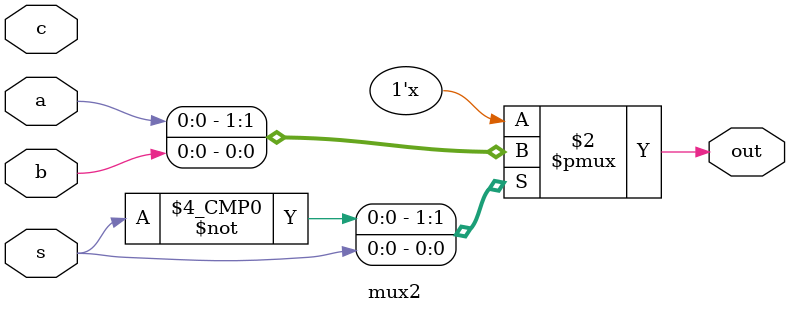
<source format=sv>
module mux2 (
  input logic a,
  input logic b,
  input logic c,
  input logic s,
  output logic out
);

  always_comb begin
    case (s)
      0: out = a;
      1: out = b;
      default: out = c;
    endcase
  end

endmodule


</source>
